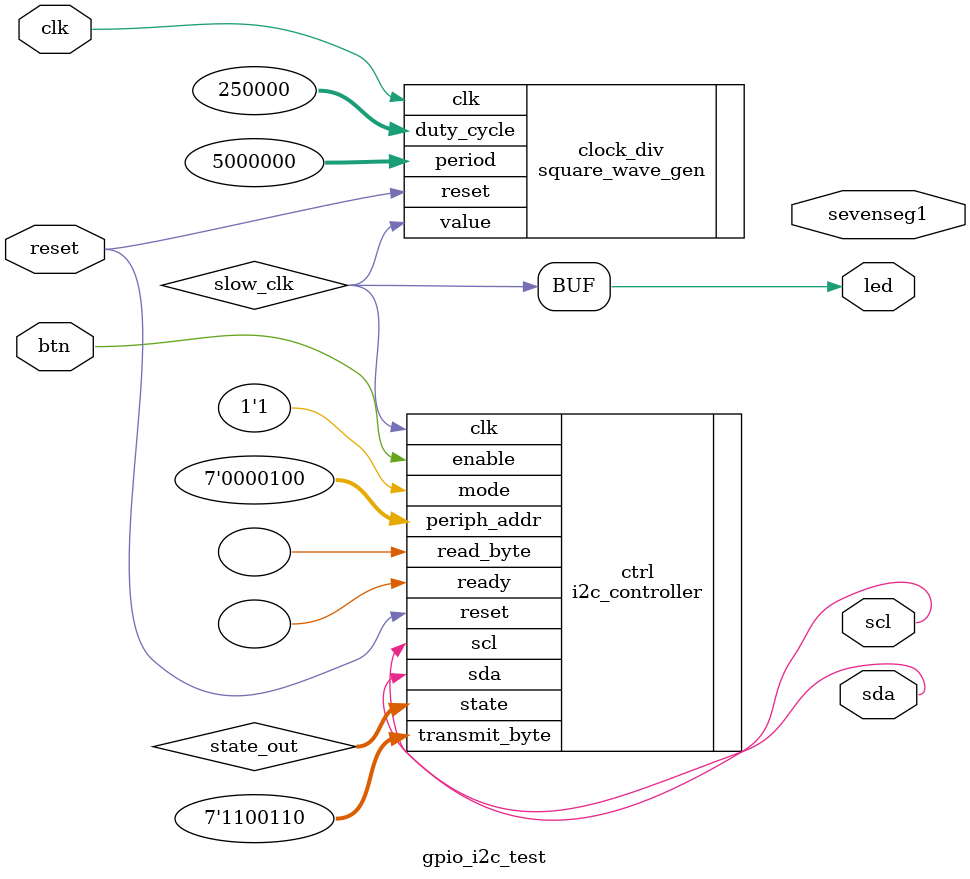
<source format=v>
module gpio_i2c_test (
	input wire btn, clk, reset,
	output wire sda,
    output wire scl, led, 
    output wire [6:0] sevenseg1
);
	wire slow_clk;
    wire [3:0] state_out;
	
	assign led = slow_clk;
	
	square_wave_gen clock_div (
		.clk(clk),
		.reset(reset),
		.period(32'd5_000_000),
		.duty_cycle(32'd2_500_00),
		.value(slow_clk)
	);
	
	i2c_controller ctrl (
        .clk(slow_clk),
        .reset(reset),
        .enable(btn),
        .mode(1'b1),
        .periph_addr(7'd4),
        .transmit_byte(7'd230),
        .scl(scl),
        .sda(sda),
        .state(state_out),
        .ready(),
        .read_byte()
    );

endmodule
</source>
